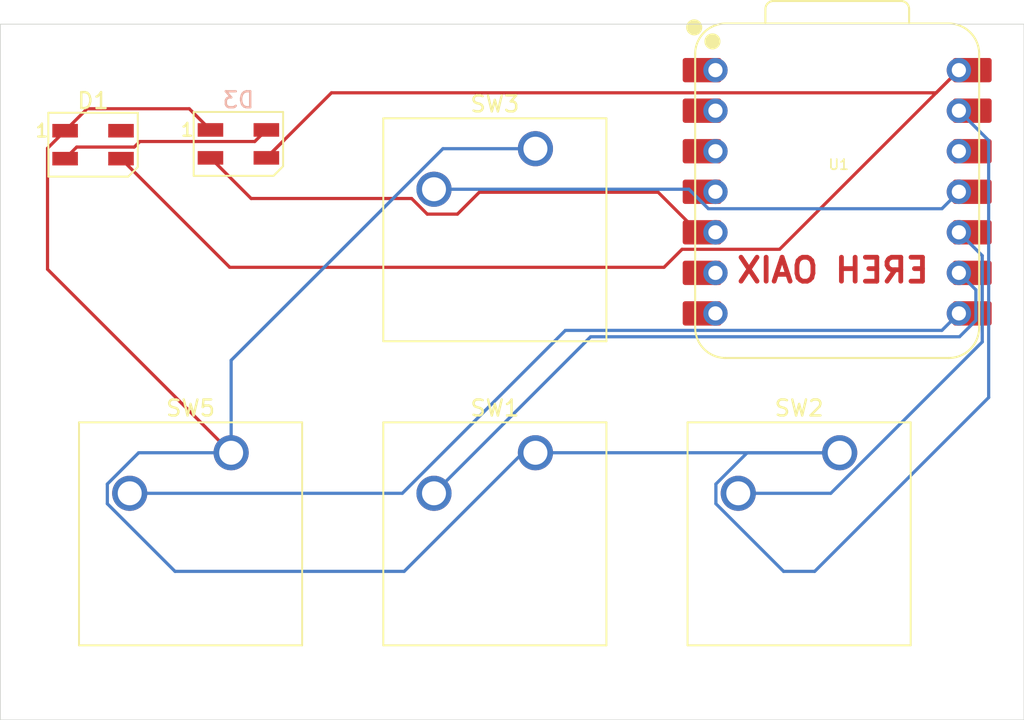
<source format=kicad_pcb>
(kicad_pcb (version 20241229) (generator "pcbnew") (generator_version "9.0")
  (layers (0 "F.Cu" signal) (2 "B.Cu" signal) (13 "F.Paste" user) (15 "B.Paste" user) (5 "F.SilkS" user "F.Silkscreen") (7 "B.SilkS" user "B.Silkscreen") (1 "F.Mask" user) (3 "B.Mask" user) (25 "Edge.Cuts" user))
  (net 0 "")
  (net 1 "+5V")
  (net 2 "GND")
  (net 4 "Net-(D1-DIN)")
  (net 5 "Net-(D3-DIN)")
  (net 6 "Net-(U1-GPIO2{slash}SCK)")
  (net 7 "Net-(U1-GPIO4{slash}MISO)")
  (net 8 "Net-(U1-GPIO3{slash}MOSI)")
  (net 9 "Net-(U1-GPIO1{slash}RX)")
  (footprint "LED_SMD:LED_SK6812MINI_PLCC4_3.5x3.5mm_P1.75mm" (layer "F.Cu") (at 117.72 73.25)
    (property "Reference" "D1" (at 0 -2.75 0) (layer "F.SilkS"))
    (property "Value" "SK6812")
    (fp_line (start -2.8 -2) (end -2.8 2) (stroke (width 0.12)) (layer "F.SilkS"))
    (fp_line (start -2.8 -2) (end 2.8 -2) (stroke (width 0.12)) (layer "F.SilkS"))
    (fp_line (start -2.8 2) (end 2.2 2) (stroke (width 0.12)) (layer "F.SilkS"))
    (fp_line (start 2.8 1.4) (end 2.2 2) (stroke (width 0.12)) (layer "F.SilkS"))
    (fp_line (start 2.8 1.4) (end 2.8 -2) (stroke (width 0.12)) (layer "F.SilkS"))
    (fp_text user "1" (at -3.2 -0.875 0) (layer "F.SilkS") (effects (font (size 0.8 0.8))))
    (pad "1" smd rect (at -1.75 -0.875) (size 1.6 0.85) (layers "F.Cu" "F.Mask" "F.Paste") (net 2 "GND"))
    (pad "2" smd rect (at -1.75 0.875) (size 1.6 0.85) (layers "F.Cu" "F.Mask" "F.Paste") (net 4 "Net-(D1-DIN)"))
    (pad "3" smd rect (at 1.75 0.875) (size 1.6 0.85) (layers "F.Cu" "F.Mask" "F.Paste") (net 1 "+5V"))
    (pad "4" smd rect (at 1.75 -0.875) (size 1.6 0.85) (layers "F.Cu" "F.Mask" "F.Paste"))
  )
  (footprint "Button_Switch_Keyboard:SW_Cherry_MX_1.00u_PCB" (layer "F.Cu") (at 164.465 92.55125)
    (property "Reference" "SW2" (at -2.54 -2.794 0) (layer "F.SilkS"))
    (property "Value" "SW_Push")
    (fp_line (start -9.525 -1.905) (end 4.445 -1.905) (stroke (width 0.12)) (layer "F.SilkS"))
    (fp_line (start -9.525 12.065) (end -9.525 -1.905) (stroke (width 0.12)) (layer "F.SilkS"))
    (fp_line (start 4.445 -1.905) (end 4.445 12.065) (stroke (width 0.12)) (layer "F.SilkS"))
    (fp_line (start 4.445 12.065) (end -9.525 12.065) (stroke (width 0.12)) (layer "F.SilkS"))
    (pad "" np_thru_hole circle (at -7.62 5.08) (size 1.7 1.7) (drill 1.7) (layers "*.Cu" "*.Mask"))
    (pad "" np_thru_hole circle (at -2.54 5.08) (size 4 4) (drill 4) (layers "*.Cu" "*.Mask"))
    (pad "" np_thru_hole circle (at 2.54 5.08) (size 1.7 1.7) (drill 1.7) (layers "*.Cu" "*.Mask"))
    (pad "1" thru_hole circle (at 0 0) (size 2.2 2.2) (drill 1.5) (layers "*.Cu" "*.Mask") (net 2 "GND"))
    (pad "2" thru_hole circle (at -6.35 2.54) (size 2.2 2.2) (drill 1.5) (layers "*.Cu" "*.Mask") (net 7 "Net-(U1-GPIO4{slash}MISO)"))
  )
  (footprint "Button_Switch_Keyboard:SW_Cherry_MX_1.00u_PCB" (layer "F.Cu") (at 145.415 92.55125)
    (property "Reference" "SW1" (at -2.54 -2.794 0) (layer "F.SilkS"))
    (property "Value" "SW_Push")
    (fp_line (start -9.525 -1.905) (end 4.445 -1.905) (stroke (width 0.12)) (layer "F.SilkS"))
    (fp_line (start -9.525 12.065) (end -9.525 -1.905) (stroke (width 0.12)) (layer "F.SilkS"))
    (fp_line (start 4.445 -1.905) (end 4.445 12.065) (stroke (width 0.12)) (layer "F.SilkS"))
    (fp_line (start 4.445 12.065) (end -9.525 12.065) (stroke (width 0.12)) (layer "F.SilkS"))
    (pad "" np_thru_hole circle (at -7.62 5.08) (size 1.7 1.7) (drill 1.7) (layers "*.Cu" "*.Mask"))
    (pad "" np_thru_hole circle (at -2.54 5.08) (size 4 4) (drill 4) (layers "*.Cu" "*.Mask"))
    (pad "" np_thru_hole circle (at 2.54 5.08) (size 1.7 1.7) (drill 1.7) (layers "*.Cu" "*.Mask"))
    (pad "1" thru_hole circle (at 0 0) (size 2.2 2.2) (drill 1.5) (layers "*.Cu" "*.Mask") (net 2 "GND"))
    (pad "2" thru_hole circle (at -6.35 2.54) (size 2.2 2.2) (drill 1.5) (layers "*.Cu" "*.Mask") (net 6 "Net-(U1-GPIO2{slash}SCK)"))
  )
  (footprint "Button_Switch_Keyboard:SW_Cherry_MX_1.00u_PCB" (layer "F.Cu") (at 126.365 92.55125)
    (property "Reference" "SW5" (at -2.54 -2.794 0) (layer "F.SilkS"))
    (property "Value" "SW_Push")
    (fp_line (start -9.525 -1.905) (end 4.445 -1.905) (stroke (width 0.12)) (layer "F.SilkS"))
    (fp_line (start -9.525 12.065) (end -9.525 -1.905) (stroke (width 0.12)) (layer "F.SilkS"))
    (fp_line (start 4.445 -1.905) (end 4.445 12.065) (stroke (width 0.12)) (layer "F.SilkS"))
    (fp_line (start 4.445 12.065) (end -9.525 12.065) (stroke (width 0.12)) (layer "F.SilkS"))
    (pad "" np_thru_hole circle (at -7.62 5.08) (size 1.7 1.7) (drill 1.7) (layers "*.Cu" "*.Mask"))
    (pad "" np_thru_hole circle (at -2.54 5.08) (size 4 4) (drill 4) (layers "*.Cu" "*.Mask"))
    (pad "" np_thru_hole circle (at 2.54 5.08) (size 1.7 1.7) (drill 1.7) (layers "*.Cu" "*.Mask"))
    (pad "1" thru_hole circle (at 0 0) (size 2.2 2.2) (drill 1.5) (layers "*.Cu" "*.Mask") (net 2 "GND"))
    (pad "2" thru_hole circle (at -6.35 2.54) (size 2.2 2.2) (drill 1.5) (layers "*.Cu" "*.Mask") (net 9 "Net-(U1-GPIO1{slash}RX)"))
  )
  (footprint "LED_SMD:LED_SK6812MINI_PLCC4_3.5x3.5mm_P1.75mm" (layer "F.Cu") (at 126.82 73.2)
    (property "Reference" "D3" (at 0 -2.75 0) (layer "B.SilkS") (effects (justify mirror)))
    (property "Value" "SK6812")
    (fp_line (start -2.8 -2) (end -2.8 2) (stroke (width 0.12)) (layer "F.SilkS"))
    (fp_line (start -2.8 -2) (end 2.8 -2) (stroke (width 0.12)) (layer "F.SilkS"))
    (fp_line (start -2.8 2) (end 2.2 2) (stroke (width 0.12)) (layer "F.SilkS"))
    (fp_line (start 2.8 1.4) (end 2.2 2) (stroke (width 0.12)) (layer "F.SilkS"))
    (fp_line (start 2.8 1.4) (end 2.8 -2) (stroke (width 0.12)) (layer "F.SilkS"))
    (fp_text user "1" (at -3.2 -0.875 0) (layer "F.SilkS") (effects (font (size 0.8 0.8))))
    (pad "1" smd rect (at -1.75 -0.875) (size 1.6 0.85) (layers "F.Cu" "F.Mask" "F.Paste") (net 2 "GND"))
    (pad "2" smd rect (at -1.75 0.875) (size 1.6 0.85) (layers "F.Cu" "F.Mask" "F.Paste") (net 5 "Net-(D3-DIN)"))
    (pad "3" smd rect (at 1.75 0.875) (size 1.6 0.85) (layers "F.Cu" "F.Mask" "F.Paste") (net 1 "+5V"))
    (pad "4" smd rect (at 1.75 -0.875) (size 1.6 0.85) (layers "F.Cu" "F.Mask" "F.Paste") (net 4 "Net-(D1-DIN)"))
  )
  (footprint "Button_Switch_Keyboard:SW_Cherry_MX_1.00u_PCB" (layer "F.Cu") (at 145.415 73.50125)
    (property "Reference" "SW3" (at -2.54 -2.794 0) (layer "F.SilkS"))
    (property "Value" "SW_Push")
    (fp_line (start -9.525 -1.905) (end 4.445 -1.905) (stroke (width 0.12)) (layer "F.SilkS"))
    (fp_line (start -9.525 12.065) (end -9.525 -1.905) (stroke (width 0.12)) (layer "F.SilkS"))
    (fp_line (start 4.445 -1.905) (end 4.445 12.065) (stroke (width 0.12)) (layer "F.SilkS"))
    (fp_line (start 4.445 12.065) (end -9.525 12.065) (stroke (width 0.12)) (layer "F.SilkS"))
    (pad "" np_thru_hole circle (at -7.62 5.08) (size 1.7 1.7) (drill 1.7) (layers "*.Cu" "*.Mask"))
    (pad "" np_thru_hole circle (at -2.54 5.08) (size 4 4) (drill 4) (layers "*.Cu" "*.Mask"))
    (pad "" np_thru_hole circle (at 2.54 5.08) (size 1.7 1.7) (drill 1.7) (layers "*.Cu" "*.Mask"))
    (pad "1" thru_hole circle (at 0 0) (size 2.2 2.2) (drill 1.5) (layers "*.Cu" "*.Mask") (net 2 "GND"))
    (pad "2" thru_hole circle (at -6.35 2.54) (size 2.2 2.2) (drill 1.5) (layers "*.Cu" "*.Mask") (net 8 "Net-(U1-GPIO3{slash}MOSI)"))
  )
  (footprint "OPL Lib:XIAO-RP2040-DIP" (layer "F.Cu") (at 164.30625 76.2)
    (property "Reference" "U1" (at 0.09375 -1.7 0) (layer "F.SilkS") (effects (font (size 0.635 0.635) (thickness 0.1016))))
    (property "Value" "XIAO-RP2040-DIP")
    (fp_line (start -8.89 8.509) (end -8.89 -8.636) (stroke (width 0.127)) (layer "F.SilkS"))
    (fp_line (start -6.985 10.414) (end 6.985 10.414) (stroke (width 0.127)) (layer "F.SilkS"))
    (fp_line (start -4.495 -10.541) (end -4.491272 -11.451272) (stroke (width 0.127)) (layer "F.SilkS"))
    (fp_line (start -3.991272 -11.951) (end 4.004 -11.951) (stroke (width 0.127)) (layer "F.SilkS"))
    (fp_line (start 4.504 -11.451) (end 4.504 -10.541) (stroke (width 0.127)) (layer "F.SilkS"))
    (fp_line (start 6.985 -10.541) (end -6.985 -10.541) (stroke (width 0.1)) (layer "F.SilkS"))
    (fp_line (start 6.985 -10.541) (end -6.985 -10.541) (stroke (width 0.127)) (layer "F.SilkS"))
    (fp_line (start 8.89 8.509) (end 8.89 -8.636) (stroke (width 0.127)) (layer "F.SilkS"))
    (fp_arc (start -8.89 -8.636) (mid -8.332038 -9.983038) (end -6.985 -10.541) (stroke (width 0.127)) (layer "F.SilkS"))
    (fp_arc (start -6.985 10.414) (mid -8.332038 9.856038) (end -8.89 8.509) (stroke (width 0.127)) (layer "F.SilkS"))
    (fp_arc (start -4.491272 -11.451272) (mid -4.344728 -11.80464) (end -3.991272 -11.951) (stroke (width 0.127)) (layer "F.SilkS"))
    (fp_arc (start 4.004 -11.951) (mid 4.357553 -11.804553) (end 4.504 -11.451) (stroke (width 0.127)) (layer "F.SilkS"))
    (fp_arc (start 6.985 -10.541) (mid 8.332038 -9.983038) (end 8.89 -8.636) (stroke (width 0.127)) (layer "F.SilkS"))
    (fp_arc (start 8.89 8.509) (mid 8.332038 9.856038) (end 6.985 10.414) (stroke (width 0.127)) (layer "F.SilkS"))
    (fp_circle (center -8.95 -10.3) (end -8.95 -10.554) (stroke (width 0.5)) (fill yes) (layer "F.SilkS"))
    (fp_circle (center -7.807 -9.42) (end -7.807 -9.674) (stroke (width 0.5)) (fill yes) (layer "F.SilkS"))
    (pad "1" smd roundrect (at -8.455 -7.62 180) (size 2.432 1.524) (layers "F.Cu" "F.Mask") (roundrect_rratio 0.1))
    (pad "1" thru_hole circle (at -7.62 -7.62 180) (size 1.524 1.524) (drill 0.889) (layers "*.Cu" "*.Mask"))
    (pad "2" smd roundrect (at -8.455 -5.08 180) (size 2.432 1.524) (layers "F.Cu" "F.Mask") (roundrect_rratio 0.1))
    (pad "2" thru_hole circle (at -7.62 -5.08 180) (size 1.524 1.524) (drill 0.889) (layers "*.Cu" "*.Mask"))
    (pad "3" smd roundrect (at -8.455 -2.54 180) (size 2.432 1.524) (layers "F.Cu" "F.Mask") (roundrect_rratio 0.1))
    (pad "3" thru_hole circle (at -7.62 -2.54 180) (size 1.524 1.524) (drill 0.889) (layers "*.Cu" "*.Mask"))
    (pad "4" smd roundrect (at -8.455 0 180) (size 2.432 1.524) (layers "F.Cu" "F.Mask") (roundrect_rratio 0.1))
    (pad "4" thru_hole circle (at -7.62 0 180) (size 1.524 1.524) (drill 0.889) (layers "*.Cu" "*.Mask"))
    (pad "5" smd roundrect (at -8.455 2.54 180) (size 2.432 1.524) (layers "F.Cu" "F.Mask") (roundrect_rratio 0.1) (net 5 "Net-(D3-DIN)"))
    (pad "5" thru_hole circle (at -7.62 2.54 180) (size 1.524 1.524) (drill 0.889) (layers "*.Cu" "*.Mask") (net 5 "Net-(D3-DIN)"))
    (pad "6" smd roundrect (at -8.455 5.08 180) (size 2.432 1.524) (layers "F.Cu" "F.Mask") (roundrect_rratio 0.1))
    (pad "6" thru_hole circle (at -7.62 5.08 180) (size 1.524 1.524) (drill 0.889) (layers "*.Cu" "*.Mask"))
    (pad "7" smd roundrect (at -8.455 7.62 180) (size 2.432 1.524) (layers "F.Cu" "F.Mask") (roundrect_rratio 0.1))
    (pad "7" thru_hole circle (at -7.62 7.62 180) (size 1.524 1.524) (drill 0.889) (layers "*.Cu" "*.Mask"))
    (pad "8" thru_hole circle (at 7.62 7.62) (size 1.524 1.524) (drill 0.889) (layers "*.Cu" "*.Mask") (net 9 "Net-(U1-GPIO1{slash}RX)"))
    (pad "8" smd roundrect (at 8.455 7.62) (size 2.432 1.524) (layers "F.Cu" "F.Mask") (roundrect_rratio 0.1) (net 9 "Net-(U1-GPIO1{slash}RX)"))
    (pad "9" thru_hole circle (at 7.62 5.08) (size 1.524 1.524) (drill 0.889) (layers "*.Cu" "*.Mask") (net 6 "Net-(U1-GPIO2{slash}SCK)"))
    (pad "9" smd roundrect (at 8.455 5.08) (size 2.432 1.524) (layers "F.Cu" "F.Mask") (roundrect_rratio 0.1) (net 6 "Net-(U1-GPIO2{slash}SCK)"))
    (pad "10" thru_hole circle (at 7.62 2.54) (size 1.524 1.524) (drill 0.889) (layers "*.Cu" "*.Mask") (net 7 "Net-(U1-GPIO4{slash}MISO)"))
    (pad "10" smd roundrect (at 8.455 2.54) (size 2.432 1.524) (layers "F.Cu" "F.Mask") (roundrect_rratio 0.1) (net 7 "Net-(U1-GPIO4{slash}MISO)"))
    (pad "11" thru_hole circle (at 7.62 0) (size 1.524 1.524) (drill 0.889) (layers "*.Cu" "*.Mask") (net 8 "Net-(U1-GPIO3{slash}MOSI)"))
    (pad "11" smd roundrect (at 8.455 0) (size 2.432 1.524) (layers "F.Cu" "F.Mask") (roundrect_rratio 0.1) (net 8 "Net-(U1-GPIO3{slash}MOSI)"))
    (pad "12" thru_hole circle (at 7.62 -2.54) (size 1.524 1.524) (drill 0.889) (layers "*.Cu" "*.Mask"))
    (pad "12" smd roundrect (at 8.455 -2.54) (size 2.432 1.524) (layers "F.Cu" "F.Mask") (roundrect_rratio 0.1))
    (pad "13" thru_hole circle (at 7.62 -5.08) (size 1.524 1.524) (drill 0.889) (layers "*.Cu" "*.Mask") (net 2 "GND"))
    (pad "13" smd roundrect (at 8.455 -5.08) (size 2.432 1.524) (layers "F.Cu" "F.Mask") (roundrect_rratio 0.1) (net 2 "GND"))
    (pad "14" thru_hole circle (at 7.62 -7.62) (size 1.524 1.524) (drill 0.889) (layers "*.Cu" "*.Mask") (net 1 "+5V"))
    (pad "14" smd roundrect (at 8.455 -7.62) (size 2.432 1.524) (layers "F.Cu" "F.Mask") (roundrect_rratio 0.1) (net 1 "+5V"))
  )
  (gr_rect (start 111.91875 65.7) (end 176 109.2875) (stroke (width 0.05)) (fill no) (layer "Edge.Cuts"))
  (gr_text "EREH OAIX" (at 170.2 82 0) (layer "F.Cu") (effects (font (size 1.5 1.5) (thickness 0.3) (bold yes)) (justify left bottom mirror)))
  (segment (start 153.466374 80.93225) (end 154.595624 79.803) (width 0.2) (layer "F.Cu") (net 1))
  (segment (start 154.595624 79.803) (end 160.70325 79.803) (width 0.2) (layer "F.Cu") (net 1))
  (segment (start 126.27725 80.93225) (end 153.466374 80.93225) (width 0.2) (layer "F.Cu") (net 1))
  (segment (start 132.645 70) (end 170.50625 70) (width 0.2) (layer "F.Cu") (net 1))
  (segment (start 160.70325 79.803) (end 171.92625 68.58) (width 0.2) (layer "F.Cu") (net 1))
  (segment (start 119.47 74.125) (end 126.27725 80.93225) (width 0.2) (layer "F.Cu") (net 1))
  (segment (start 170.50625 70) (end 171.92625 68.58) (width 0.2) (layer "F.Cu") (net 1))
  (segment (start 129.671 72.974) (end 128.57 74.075) (width 0.2) (layer "F.Cu") (net 1))
  (segment (start 128.57 74.075) (end 132.645 70) (width 0.2) (layer "F.Cu") (net 1))
  (segment (start 123.745 71) (end 125.07 72.325) (width 0.2) (layer "F.Cu") (net 2))
  (segment (start 117.345 71) (end 123.745 71) (width 0.2) (layer "F.Cu") (net 2))
  (segment (start 115.97 72.375) (end 117.345 71) (width 0.2) (layer "F.Cu") (net 2))
  (segment (start 114.869 81.05525) (end 126.365 92.55125) (width 0.2) (layer "F.Cu") (net 2))
  (segment (start 115.97 72.375) (end 114.869 73.476) (width 0.2) (layer "F.Cu") (net 2))
  (segment (start 114.869 73.476) (end 114.869 81.05525) (width 0.2) (layer "F.Cu") (net 2))
  (segment (start 120.573686 92.55125) (end 118.614 94.510936) (width 0.2) (layer "B.Cu") (net 2))
  (segment (start 173.79125 72.985) (end 173.79125 89.089816) (width 0.2) (layer "B.Cu") (net 2))
  (segment (start 160.951184 99.98225) (end 156.714 95.745066) (width 0.2) (layer "B.Cu") (net 2))
  (segment (start 171.92625 71.12) (end 173.79125 72.985) (width 0.2) (layer "B.Cu") (net 2))
  (segment (start 158.673686 92.55125) (end 164.465 92.55125) (width 0.2) (layer "B.Cu") (net 2))
  (segment (start 118.614 94.510936) (end 118.614 95.745066) (width 0.2) (layer "B.Cu") (net 2))
  (segment (start 126.365 92.55125) (end 120.573686 92.55125) (width 0.2) (layer "B.Cu") (net 2))
  (segment (start 173.79125 89.089816) (end 162.898816 99.98225) (width 0.2) (layer "B.Cu") (net 2))
  (segment (start 156.714 95.745066) (end 156.714 94.510936) (width 0.2) (layer "B.Cu") (net 2))
  (segment (start 126.365 86.759936) (end 126.365 92.55125) (width 0.2) (layer "B.Cu") (net 2))
  (segment (start 137.199184 99.98225) (end 144.630184 92.55125) (width 0.2) (layer "B.Cu") (net 2))
  (segment (start 144.630184 92.55125) (end 145.415 92.55125) (width 0.2) (layer "B.Cu") (net 2))
  (segment (start 145.415 73.50125) (end 139.623686 73.50125) (width 0.2) (layer "B.Cu") (net 2))
  (segment (start 156.714 94.510936) (end 158.673686 92.55125) (width 0.2) (layer "B.Cu") (net 2))
  (segment (start 162.898816 99.98225) (end 160.951184 99.98225) (width 0.2) (layer "B.Cu") (net 2))
  (segment (start 118.614 95.745066) (end 122.851184 99.98225) (width 0.2) (layer "B.Cu") (net 2))
  (segment (start 145.415 92.55125) (end 164.465 92.55125) (width 0.2) (layer "B.Cu") (net 2))
  (segment (start 139.623686 73.50125) (end 126.365 86.759936) (width 0.2) (layer "B.Cu") (net 2))
  (segment (start 122.851184 99.98225) (end 137.199184 99.98225) (width 0.2) (layer "B.Cu") (net 2))
  (segment (start 120.649 73.051) (end 120.301 73.399) (width 0.2) (layer "F.Cu") (net 4))
  (segment (start 128.57 72.325) (end 127.844 73.051) (width 0.2) (layer "F.Cu") (net 4))
  (segment (start 120.301 73.399) (end 116.696 73.399) (width 0.2) (layer "F.Cu") (net 4))
  (segment (start 127.844 73.051) (end 120.649 73.051) (width 0.2) (layer "F.Cu") (net 4))
  (segment (start 116.696 73.399) (end 115.97 74.125) (width 0.2) (layer "F.Cu") (net 4))
  (segment (start 125.07 74.075) (end 127.616564 76.621564) (width 0.2) (layer "F.Cu") (net 5))
  (segment (start 141.901184 76.23025) (end 153.09887 76.23025) (width 0.2) (layer "F.Cu") (net 5))
  (segment (start 138.642436 77.6) (end 140.531434 77.6) (width 0.2) (layer "F.Cu") (net 5))
  (segment (start 155.60862 78.74) (end 156.68625 78.74) (width 0.2) (layer "F.Cu") (net 5))
  (segment (start 140.531434 77.6) (end 141.901184 76.23025) (width 0.2) (layer "F.Cu") (net 5))
  (segment (start 127.616564 76.621564) (end 137.664 76.621564) (width 0.2) (layer "F.Cu") (net 5))
  (segment (start 137.664 76.621564) (end 138.642436 77.6) (width 0.2) (layer "F.Cu") (net 5))
  (segment (start 153.09887 76.23025) (end 155.60862 78.74) (width 0.2) (layer "F.Cu") (net 5))
  (segment (start 171.96556 85.284) (end 172.98925 84.26031) (width 0.2) (layer "B.Cu") (net 6))
  (segment (start 139.065 95.09125) (end 148.87225 85.284) (width 0.2) (layer "B.Cu") (net 6))
  (segment (start 172.98925 82.343) (end 171.92625 81.28) (width 0.2) (layer "B.Cu") (net 6))
  (segment (start 172.98925 84.26031) (end 172.98925 82.343) (width 0.2) (layer "B.Cu") (net 6))
  (segment (start 148.87225 85.284) (end 171.96556 85.284) (width 0.2) (layer "B.Cu") (net 6))
  (segment (start 158.115 95.09125) (end 163.906314 95.09125) (width 0.2) (layer "B.Cu") (net 7))
  (segment (start 173.39025 85.607314) (end 173.39025 80.204) (width 0.2) (layer "B.Cu") (net 7))
  (segment (start 163.906314 95.09125) (end 173.39025 85.607314) (width 0.2) (layer "B.Cu") (net 7))
  (segment (start 173.39025 80.204) (end 171.92625 78.74) (width 0.2) (layer "B.Cu") (net 7))
  (segment (start 139.065 76.04125) (end 155.02419 76.04125) (width 0.2) (layer "B.Cu") (net 8))
  (segment (start 156.24594 77.263) (end 170.86325 77.263) (width 0.2) (layer "B.Cu") (net 8))
  (segment (start 155.02419 76.04125) (end 156.24594 77.263) (width 0.2) (layer "B.Cu") (net 8))
  (segment (start 170.86325 77.263) (end 171.92625 76.2) (width 0.2) (layer "B.Cu") (net 8))
  (segment (start 120.015 95.09125) (end 137.083686 95.09125) (width 0.2) (layer "B.Cu") (net 9))
  (segment (start 170.86325 84.883) (end 171.92625 83.82) (width 0.2) (layer "B.Cu") (net 9))
  (segment (start 147.291936 84.883) (end 170.86325 84.883) (width 0.2) (layer "B.Cu") (net 9))
  (segment (start 137.083686 95.09125) (end 147.291936 84.883) (width 0.2) (layer "B.Cu") (net 9))
)
</source>
